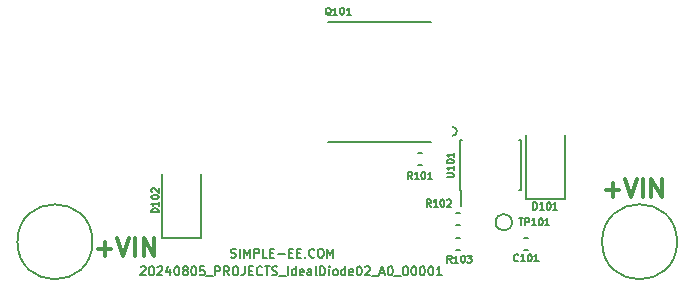
<source format=gto>
%TF.GenerationSoftware,KiCad,Pcbnew,8.0.4*%
%TF.CreationDate,2024-08-05T19:41:17-07:00*%
%TF.ProjectId,20220727_Projects_Ideal_Diode_02,32303232-3037-4323-975f-50726f6a6563,rev?*%
%TF.SameCoordinates,PX9634260PY6ea0500*%
%TF.FileFunction,Legend,Top*%
%TF.FilePolarity,Positive*%
%FSLAX46Y46*%
G04 Gerber Fmt 4.6, Leading zero omitted, Abs format (unit mm)*
G04 Created by KiCad (PCBNEW 8.0.4) date 2024-08-05 19:41:17*
%MOMM*%
%LPD*%
G01*
G04 APERTURE LIST*
%ADD10C,0.150000*%
%ADD11C,0.300000*%
G04 APERTURE END LIST*
D10*
X18392858Y2196550D02*
X18500001Y2160836D01*
X18500001Y2160836D02*
X18678572Y2160836D01*
X18678572Y2160836D02*
X18750001Y2196550D01*
X18750001Y2196550D02*
X18785715Y2232265D01*
X18785715Y2232265D02*
X18821429Y2303693D01*
X18821429Y2303693D02*
X18821429Y2375122D01*
X18821429Y2375122D02*
X18785715Y2446550D01*
X18785715Y2446550D02*
X18750001Y2482265D01*
X18750001Y2482265D02*
X18678572Y2517979D01*
X18678572Y2517979D02*
X18535715Y2553693D01*
X18535715Y2553693D02*
X18464286Y2589408D01*
X18464286Y2589408D02*
X18428572Y2625122D01*
X18428572Y2625122D02*
X18392858Y2696550D01*
X18392858Y2696550D02*
X18392858Y2767979D01*
X18392858Y2767979D02*
X18428572Y2839408D01*
X18428572Y2839408D02*
X18464286Y2875122D01*
X18464286Y2875122D02*
X18535715Y2910836D01*
X18535715Y2910836D02*
X18714286Y2910836D01*
X18714286Y2910836D02*
X18821429Y2875122D01*
X19142858Y2160836D02*
X19142858Y2910836D01*
X19500001Y2160836D02*
X19500001Y2910836D01*
X19500001Y2910836D02*
X19750001Y2375122D01*
X19750001Y2375122D02*
X20000001Y2910836D01*
X20000001Y2910836D02*
X20000001Y2160836D01*
X20357144Y2160836D02*
X20357144Y2910836D01*
X20357144Y2910836D02*
X20642858Y2910836D01*
X20642858Y2910836D02*
X20714287Y2875122D01*
X20714287Y2875122D02*
X20750001Y2839408D01*
X20750001Y2839408D02*
X20785715Y2767979D01*
X20785715Y2767979D02*
X20785715Y2660836D01*
X20785715Y2660836D02*
X20750001Y2589408D01*
X20750001Y2589408D02*
X20714287Y2553693D01*
X20714287Y2553693D02*
X20642858Y2517979D01*
X20642858Y2517979D02*
X20357144Y2517979D01*
X21464287Y2160836D02*
X21107144Y2160836D01*
X21107144Y2160836D02*
X21107144Y2910836D01*
X21714287Y2553693D02*
X21964287Y2553693D01*
X22071430Y2160836D02*
X21714287Y2160836D01*
X21714287Y2160836D02*
X21714287Y2910836D01*
X21714287Y2910836D02*
X22071430Y2910836D01*
X22392858Y2446550D02*
X22964287Y2446550D01*
X23321429Y2553693D02*
X23571429Y2553693D01*
X23678572Y2160836D02*
X23321429Y2160836D01*
X23321429Y2160836D02*
X23321429Y2910836D01*
X23321429Y2910836D02*
X23678572Y2910836D01*
X24000000Y2553693D02*
X24250000Y2553693D01*
X24357143Y2160836D02*
X24000000Y2160836D01*
X24000000Y2160836D02*
X24000000Y2910836D01*
X24000000Y2910836D02*
X24357143Y2910836D01*
X24678571Y2232265D02*
X24714285Y2196550D01*
X24714285Y2196550D02*
X24678571Y2160836D01*
X24678571Y2160836D02*
X24642857Y2196550D01*
X24642857Y2196550D02*
X24678571Y2232265D01*
X24678571Y2232265D02*
X24678571Y2160836D01*
X25464285Y2232265D02*
X25428571Y2196550D01*
X25428571Y2196550D02*
X25321428Y2160836D01*
X25321428Y2160836D02*
X25250000Y2160836D01*
X25250000Y2160836D02*
X25142857Y2196550D01*
X25142857Y2196550D02*
X25071428Y2267979D01*
X25071428Y2267979D02*
X25035714Y2339408D01*
X25035714Y2339408D02*
X25000000Y2482265D01*
X25000000Y2482265D02*
X25000000Y2589408D01*
X25000000Y2589408D02*
X25035714Y2732265D01*
X25035714Y2732265D02*
X25071428Y2803693D01*
X25071428Y2803693D02*
X25142857Y2875122D01*
X25142857Y2875122D02*
X25250000Y2910836D01*
X25250000Y2910836D02*
X25321428Y2910836D01*
X25321428Y2910836D02*
X25428571Y2875122D01*
X25428571Y2875122D02*
X25464285Y2839408D01*
X25928571Y2910836D02*
X26071428Y2910836D01*
X26071428Y2910836D02*
X26142857Y2875122D01*
X26142857Y2875122D02*
X26214285Y2803693D01*
X26214285Y2803693D02*
X26250000Y2660836D01*
X26250000Y2660836D02*
X26250000Y2410836D01*
X26250000Y2410836D02*
X26214285Y2267979D01*
X26214285Y2267979D02*
X26142857Y2196550D01*
X26142857Y2196550D02*
X26071428Y2160836D01*
X26071428Y2160836D02*
X25928571Y2160836D01*
X25928571Y2160836D02*
X25857143Y2196550D01*
X25857143Y2196550D02*
X25785714Y2267979D01*
X25785714Y2267979D02*
X25750000Y2410836D01*
X25750000Y2410836D02*
X25750000Y2660836D01*
X25750000Y2660836D02*
X25785714Y2803693D01*
X25785714Y2803693D02*
X25857143Y2875122D01*
X25857143Y2875122D02*
X25928571Y2910836D01*
X26571428Y2160836D02*
X26571428Y2910836D01*
X26571428Y2910836D02*
X26821428Y2375122D01*
X26821428Y2375122D02*
X27071428Y2910836D01*
X27071428Y2910836D02*
X27071428Y2160836D01*
D11*
X7142856Y2893100D02*
X8285714Y2893100D01*
X7714285Y2321672D02*
X7714285Y3464529D01*
X8785714Y3821672D02*
X9285714Y2321672D01*
X9285714Y2321672D02*
X9785714Y3821672D01*
X10285713Y2321672D02*
X10285713Y3821672D01*
X10999999Y2321672D02*
X10999999Y3821672D01*
X10999999Y3821672D02*
X11857142Y2321672D01*
X11857142Y2321672D02*
X11857142Y3821672D01*
X50142856Y7893100D02*
X51285714Y7893100D01*
X50714285Y7321672D02*
X50714285Y8464529D01*
X51785714Y8821672D02*
X52285714Y7321672D01*
X52285714Y7321672D02*
X52785714Y8821672D01*
X53285713Y7321672D02*
X53285713Y8821672D01*
X53999999Y7321672D02*
X53999999Y8821672D01*
X53999999Y8821672D02*
X54857142Y7321672D01*
X54857142Y7321672D02*
X54857142Y8821672D01*
D10*
X10749998Y1339408D02*
X10785712Y1375122D01*
X10785712Y1375122D02*
X10857141Y1410836D01*
X10857141Y1410836D02*
X11035712Y1410836D01*
X11035712Y1410836D02*
X11107141Y1375122D01*
X11107141Y1375122D02*
X11142855Y1339408D01*
X11142855Y1339408D02*
X11178569Y1267979D01*
X11178569Y1267979D02*
X11178569Y1196550D01*
X11178569Y1196550D02*
X11142855Y1089408D01*
X11142855Y1089408D02*
X10714283Y660836D01*
X10714283Y660836D02*
X11178569Y660836D01*
X11642855Y1410836D02*
X11714284Y1410836D01*
X11714284Y1410836D02*
X11785712Y1375122D01*
X11785712Y1375122D02*
X11821427Y1339408D01*
X11821427Y1339408D02*
X11857141Y1267979D01*
X11857141Y1267979D02*
X11892855Y1125122D01*
X11892855Y1125122D02*
X11892855Y946550D01*
X11892855Y946550D02*
X11857141Y803693D01*
X11857141Y803693D02*
X11821427Y732265D01*
X11821427Y732265D02*
X11785712Y696550D01*
X11785712Y696550D02*
X11714284Y660836D01*
X11714284Y660836D02*
X11642855Y660836D01*
X11642855Y660836D02*
X11571427Y696550D01*
X11571427Y696550D02*
X11535712Y732265D01*
X11535712Y732265D02*
X11499998Y803693D01*
X11499998Y803693D02*
X11464284Y946550D01*
X11464284Y946550D02*
X11464284Y1125122D01*
X11464284Y1125122D02*
X11499998Y1267979D01*
X11499998Y1267979D02*
X11535712Y1339408D01*
X11535712Y1339408D02*
X11571427Y1375122D01*
X11571427Y1375122D02*
X11642855Y1410836D01*
X12178570Y1339408D02*
X12214284Y1375122D01*
X12214284Y1375122D02*
X12285713Y1410836D01*
X12285713Y1410836D02*
X12464284Y1410836D01*
X12464284Y1410836D02*
X12535713Y1375122D01*
X12535713Y1375122D02*
X12571427Y1339408D01*
X12571427Y1339408D02*
X12607141Y1267979D01*
X12607141Y1267979D02*
X12607141Y1196550D01*
X12607141Y1196550D02*
X12571427Y1089408D01*
X12571427Y1089408D02*
X12142855Y660836D01*
X12142855Y660836D02*
X12607141Y660836D01*
X13249999Y1160836D02*
X13249999Y660836D01*
X13071427Y1446550D02*
X12892856Y910836D01*
X12892856Y910836D02*
X13357141Y910836D01*
X13785713Y1410836D02*
X13857142Y1410836D01*
X13857142Y1410836D02*
X13928570Y1375122D01*
X13928570Y1375122D02*
X13964285Y1339408D01*
X13964285Y1339408D02*
X13999999Y1267979D01*
X13999999Y1267979D02*
X14035713Y1125122D01*
X14035713Y1125122D02*
X14035713Y946550D01*
X14035713Y946550D02*
X13999999Y803693D01*
X13999999Y803693D02*
X13964285Y732265D01*
X13964285Y732265D02*
X13928570Y696550D01*
X13928570Y696550D02*
X13857142Y660836D01*
X13857142Y660836D02*
X13785713Y660836D01*
X13785713Y660836D02*
X13714285Y696550D01*
X13714285Y696550D02*
X13678570Y732265D01*
X13678570Y732265D02*
X13642856Y803693D01*
X13642856Y803693D02*
X13607142Y946550D01*
X13607142Y946550D02*
X13607142Y1125122D01*
X13607142Y1125122D02*
X13642856Y1267979D01*
X13642856Y1267979D02*
X13678570Y1339408D01*
X13678570Y1339408D02*
X13714285Y1375122D01*
X13714285Y1375122D02*
X13785713Y1410836D01*
X14464285Y1089408D02*
X14392856Y1125122D01*
X14392856Y1125122D02*
X14357142Y1160836D01*
X14357142Y1160836D02*
X14321428Y1232265D01*
X14321428Y1232265D02*
X14321428Y1267979D01*
X14321428Y1267979D02*
X14357142Y1339408D01*
X14357142Y1339408D02*
X14392856Y1375122D01*
X14392856Y1375122D02*
X14464285Y1410836D01*
X14464285Y1410836D02*
X14607142Y1410836D01*
X14607142Y1410836D02*
X14678571Y1375122D01*
X14678571Y1375122D02*
X14714285Y1339408D01*
X14714285Y1339408D02*
X14749999Y1267979D01*
X14749999Y1267979D02*
X14749999Y1232265D01*
X14749999Y1232265D02*
X14714285Y1160836D01*
X14714285Y1160836D02*
X14678571Y1125122D01*
X14678571Y1125122D02*
X14607142Y1089408D01*
X14607142Y1089408D02*
X14464285Y1089408D01*
X14464285Y1089408D02*
X14392856Y1053693D01*
X14392856Y1053693D02*
X14357142Y1017979D01*
X14357142Y1017979D02*
X14321428Y946550D01*
X14321428Y946550D02*
X14321428Y803693D01*
X14321428Y803693D02*
X14357142Y732265D01*
X14357142Y732265D02*
X14392856Y696550D01*
X14392856Y696550D02*
X14464285Y660836D01*
X14464285Y660836D02*
X14607142Y660836D01*
X14607142Y660836D02*
X14678571Y696550D01*
X14678571Y696550D02*
X14714285Y732265D01*
X14714285Y732265D02*
X14749999Y803693D01*
X14749999Y803693D02*
X14749999Y946550D01*
X14749999Y946550D02*
X14714285Y1017979D01*
X14714285Y1017979D02*
X14678571Y1053693D01*
X14678571Y1053693D02*
X14607142Y1089408D01*
X15214285Y1410836D02*
X15285714Y1410836D01*
X15285714Y1410836D02*
X15357142Y1375122D01*
X15357142Y1375122D02*
X15392857Y1339408D01*
X15392857Y1339408D02*
X15428571Y1267979D01*
X15428571Y1267979D02*
X15464285Y1125122D01*
X15464285Y1125122D02*
X15464285Y946550D01*
X15464285Y946550D02*
X15428571Y803693D01*
X15428571Y803693D02*
X15392857Y732265D01*
X15392857Y732265D02*
X15357142Y696550D01*
X15357142Y696550D02*
X15285714Y660836D01*
X15285714Y660836D02*
X15214285Y660836D01*
X15214285Y660836D02*
X15142857Y696550D01*
X15142857Y696550D02*
X15107142Y732265D01*
X15107142Y732265D02*
X15071428Y803693D01*
X15071428Y803693D02*
X15035714Y946550D01*
X15035714Y946550D02*
X15035714Y1125122D01*
X15035714Y1125122D02*
X15071428Y1267979D01*
X15071428Y1267979D02*
X15107142Y1339408D01*
X15107142Y1339408D02*
X15142857Y1375122D01*
X15142857Y1375122D02*
X15214285Y1410836D01*
X16142857Y1410836D02*
X15785714Y1410836D01*
X15785714Y1410836D02*
X15750000Y1053693D01*
X15750000Y1053693D02*
X15785714Y1089408D01*
X15785714Y1089408D02*
X15857143Y1125122D01*
X15857143Y1125122D02*
X16035714Y1125122D01*
X16035714Y1125122D02*
X16107143Y1089408D01*
X16107143Y1089408D02*
X16142857Y1053693D01*
X16142857Y1053693D02*
X16178571Y982265D01*
X16178571Y982265D02*
X16178571Y803693D01*
X16178571Y803693D02*
X16142857Y732265D01*
X16142857Y732265D02*
X16107143Y696550D01*
X16107143Y696550D02*
X16035714Y660836D01*
X16035714Y660836D02*
X15857143Y660836D01*
X15857143Y660836D02*
X15785714Y696550D01*
X15785714Y696550D02*
X15750000Y732265D01*
X16321429Y589408D02*
X16892857Y589408D01*
X17071429Y660836D02*
X17071429Y1410836D01*
X17071429Y1410836D02*
X17357143Y1410836D01*
X17357143Y1410836D02*
X17428572Y1375122D01*
X17428572Y1375122D02*
X17464286Y1339408D01*
X17464286Y1339408D02*
X17500000Y1267979D01*
X17500000Y1267979D02*
X17500000Y1160836D01*
X17500000Y1160836D02*
X17464286Y1089408D01*
X17464286Y1089408D02*
X17428572Y1053693D01*
X17428572Y1053693D02*
X17357143Y1017979D01*
X17357143Y1017979D02*
X17071429Y1017979D01*
X18250000Y660836D02*
X18000000Y1017979D01*
X17821429Y660836D02*
X17821429Y1410836D01*
X17821429Y1410836D02*
X18107143Y1410836D01*
X18107143Y1410836D02*
X18178572Y1375122D01*
X18178572Y1375122D02*
X18214286Y1339408D01*
X18214286Y1339408D02*
X18250000Y1267979D01*
X18250000Y1267979D02*
X18250000Y1160836D01*
X18250000Y1160836D02*
X18214286Y1089408D01*
X18214286Y1089408D02*
X18178572Y1053693D01*
X18178572Y1053693D02*
X18107143Y1017979D01*
X18107143Y1017979D02*
X17821429Y1017979D01*
X18714286Y1410836D02*
X18857143Y1410836D01*
X18857143Y1410836D02*
X18928572Y1375122D01*
X18928572Y1375122D02*
X19000000Y1303693D01*
X19000000Y1303693D02*
X19035715Y1160836D01*
X19035715Y1160836D02*
X19035715Y910836D01*
X19035715Y910836D02*
X19000000Y767979D01*
X19000000Y767979D02*
X18928572Y696550D01*
X18928572Y696550D02*
X18857143Y660836D01*
X18857143Y660836D02*
X18714286Y660836D01*
X18714286Y660836D02*
X18642858Y696550D01*
X18642858Y696550D02*
X18571429Y767979D01*
X18571429Y767979D02*
X18535715Y910836D01*
X18535715Y910836D02*
X18535715Y1160836D01*
X18535715Y1160836D02*
X18571429Y1303693D01*
X18571429Y1303693D02*
X18642858Y1375122D01*
X18642858Y1375122D02*
X18714286Y1410836D01*
X19571429Y1410836D02*
X19571429Y875122D01*
X19571429Y875122D02*
X19535714Y767979D01*
X19535714Y767979D02*
X19464286Y696550D01*
X19464286Y696550D02*
X19357143Y660836D01*
X19357143Y660836D02*
X19285714Y660836D01*
X19928572Y1053693D02*
X20178572Y1053693D01*
X20285715Y660836D02*
X19928572Y660836D01*
X19928572Y660836D02*
X19928572Y1410836D01*
X19928572Y1410836D02*
X20285715Y1410836D01*
X21035714Y732265D02*
X21000000Y696550D01*
X21000000Y696550D02*
X20892857Y660836D01*
X20892857Y660836D02*
X20821429Y660836D01*
X20821429Y660836D02*
X20714286Y696550D01*
X20714286Y696550D02*
X20642857Y767979D01*
X20642857Y767979D02*
X20607143Y839408D01*
X20607143Y839408D02*
X20571429Y982265D01*
X20571429Y982265D02*
X20571429Y1089408D01*
X20571429Y1089408D02*
X20607143Y1232265D01*
X20607143Y1232265D02*
X20642857Y1303693D01*
X20642857Y1303693D02*
X20714286Y1375122D01*
X20714286Y1375122D02*
X20821429Y1410836D01*
X20821429Y1410836D02*
X20892857Y1410836D01*
X20892857Y1410836D02*
X21000000Y1375122D01*
X21000000Y1375122D02*
X21035714Y1339408D01*
X21250000Y1410836D02*
X21678572Y1410836D01*
X21464286Y660836D02*
X21464286Y1410836D01*
X21892858Y696550D02*
X22000001Y660836D01*
X22000001Y660836D02*
X22178572Y660836D01*
X22178572Y660836D02*
X22250001Y696550D01*
X22250001Y696550D02*
X22285715Y732265D01*
X22285715Y732265D02*
X22321429Y803693D01*
X22321429Y803693D02*
X22321429Y875122D01*
X22321429Y875122D02*
X22285715Y946550D01*
X22285715Y946550D02*
X22250001Y982265D01*
X22250001Y982265D02*
X22178572Y1017979D01*
X22178572Y1017979D02*
X22035715Y1053693D01*
X22035715Y1053693D02*
X21964286Y1089408D01*
X21964286Y1089408D02*
X21928572Y1125122D01*
X21928572Y1125122D02*
X21892858Y1196550D01*
X21892858Y1196550D02*
X21892858Y1267979D01*
X21892858Y1267979D02*
X21928572Y1339408D01*
X21928572Y1339408D02*
X21964286Y1375122D01*
X21964286Y1375122D02*
X22035715Y1410836D01*
X22035715Y1410836D02*
X22214286Y1410836D01*
X22214286Y1410836D02*
X22321429Y1375122D01*
X22464287Y589408D02*
X23035715Y589408D01*
X23214287Y660836D02*
X23214287Y1410836D01*
X23892859Y660836D02*
X23892859Y1410836D01*
X23892859Y696550D02*
X23821430Y660836D01*
X23821430Y660836D02*
X23678573Y660836D01*
X23678573Y660836D02*
X23607144Y696550D01*
X23607144Y696550D02*
X23571430Y732265D01*
X23571430Y732265D02*
X23535716Y803693D01*
X23535716Y803693D02*
X23535716Y1017979D01*
X23535716Y1017979D02*
X23571430Y1089408D01*
X23571430Y1089408D02*
X23607144Y1125122D01*
X23607144Y1125122D02*
X23678573Y1160836D01*
X23678573Y1160836D02*
X23821430Y1160836D01*
X23821430Y1160836D02*
X23892859Y1125122D01*
X24535715Y696550D02*
X24464287Y660836D01*
X24464287Y660836D02*
X24321430Y660836D01*
X24321430Y660836D02*
X24250001Y696550D01*
X24250001Y696550D02*
X24214287Y767979D01*
X24214287Y767979D02*
X24214287Y1053693D01*
X24214287Y1053693D02*
X24250001Y1125122D01*
X24250001Y1125122D02*
X24321430Y1160836D01*
X24321430Y1160836D02*
X24464287Y1160836D01*
X24464287Y1160836D02*
X24535715Y1125122D01*
X24535715Y1125122D02*
X24571430Y1053693D01*
X24571430Y1053693D02*
X24571430Y982265D01*
X24571430Y982265D02*
X24214287Y910836D01*
X25214287Y660836D02*
X25214287Y1053693D01*
X25214287Y1053693D02*
X25178572Y1125122D01*
X25178572Y1125122D02*
X25107144Y1160836D01*
X25107144Y1160836D02*
X24964287Y1160836D01*
X24964287Y1160836D02*
X24892858Y1125122D01*
X25214287Y696550D02*
X25142858Y660836D01*
X25142858Y660836D02*
X24964287Y660836D01*
X24964287Y660836D02*
X24892858Y696550D01*
X24892858Y696550D02*
X24857144Y767979D01*
X24857144Y767979D02*
X24857144Y839408D01*
X24857144Y839408D02*
X24892858Y910836D01*
X24892858Y910836D02*
X24964287Y946550D01*
X24964287Y946550D02*
X25142858Y946550D01*
X25142858Y946550D02*
X25214287Y982265D01*
X25678572Y660836D02*
X25607143Y696550D01*
X25607143Y696550D02*
X25571429Y767979D01*
X25571429Y767979D02*
X25571429Y1410836D01*
X25964286Y660836D02*
X25964286Y1410836D01*
X25964286Y1410836D02*
X26142857Y1410836D01*
X26142857Y1410836D02*
X26250000Y1375122D01*
X26250000Y1375122D02*
X26321429Y1303693D01*
X26321429Y1303693D02*
X26357143Y1232265D01*
X26357143Y1232265D02*
X26392857Y1089408D01*
X26392857Y1089408D02*
X26392857Y982265D01*
X26392857Y982265D02*
X26357143Y839408D01*
X26357143Y839408D02*
X26321429Y767979D01*
X26321429Y767979D02*
X26250000Y696550D01*
X26250000Y696550D02*
X26142857Y660836D01*
X26142857Y660836D02*
X25964286Y660836D01*
X26714286Y660836D02*
X26714286Y1160836D01*
X26714286Y1410836D02*
X26678572Y1375122D01*
X26678572Y1375122D02*
X26714286Y1339408D01*
X26714286Y1339408D02*
X26750000Y1375122D01*
X26750000Y1375122D02*
X26714286Y1410836D01*
X26714286Y1410836D02*
X26714286Y1339408D01*
X27178572Y660836D02*
X27107143Y696550D01*
X27107143Y696550D02*
X27071429Y732265D01*
X27071429Y732265D02*
X27035715Y803693D01*
X27035715Y803693D02*
X27035715Y1017979D01*
X27035715Y1017979D02*
X27071429Y1089408D01*
X27071429Y1089408D02*
X27107143Y1125122D01*
X27107143Y1125122D02*
X27178572Y1160836D01*
X27178572Y1160836D02*
X27285715Y1160836D01*
X27285715Y1160836D02*
X27357143Y1125122D01*
X27357143Y1125122D02*
X27392858Y1089408D01*
X27392858Y1089408D02*
X27428572Y1017979D01*
X27428572Y1017979D02*
X27428572Y803693D01*
X27428572Y803693D02*
X27392858Y732265D01*
X27392858Y732265D02*
X27357143Y696550D01*
X27357143Y696550D02*
X27285715Y660836D01*
X27285715Y660836D02*
X27178572Y660836D01*
X28071429Y660836D02*
X28071429Y1410836D01*
X28071429Y696550D02*
X28000000Y660836D01*
X28000000Y660836D02*
X27857143Y660836D01*
X27857143Y660836D02*
X27785714Y696550D01*
X27785714Y696550D02*
X27750000Y732265D01*
X27750000Y732265D02*
X27714286Y803693D01*
X27714286Y803693D02*
X27714286Y1017979D01*
X27714286Y1017979D02*
X27750000Y1089408D01*
X27750000Y1089408D02*
X27785714Y1125122D01*
X27785714Y1125122D02*
X27857143Y1160836D01*
X27857143Y1160836D02*
X28000000Y1160836D01*
X28000000Y1160836D02*
X28071429Y1125122D01*
X28714285Y696550D02*
X28642857Y660836D01*
X28642857Y660836D02*
X28500000Y660836D01*
X28500000Y660836D02*
X28428571Y696550D01*
X28428571Y696550D02*
X28392857Y767979D01*
X28392857Y767979D02*
X28392857Y1053693D01*
X28392857Y1053693D02*
X28428571Y1125122D01*
X28428571Y1125122D02*
X28500000Y1160836D01*
X28500000Y1160836D02*
X28642857Y1160836D01*
X28642857Y1160836D02*
X28714285Y1125122D01*
X28714285Y1125122D02*
X28750000Y1053693D01*
X28750000Y1053693D02*
X28750000Y982265D01*
X28750000Y982265D02*
X28392857Y910836D01*
X29214285Y1410836D02*
X29285714Y1410836D01*
X29285714Y1410836D02*
X29357142Y1375122D01*
X29357142Y1375122D02*
X29392857Y1339408D01*
X29392857Y1339408D02*
X29428571Y1267979D01*
X29428571Y1267979D02*
X29464285Y1125122D01*
X29464285Y1125122D02*
X29464285Y946550D01*
X29464285Y946550D02*
X29428571Y803693D01*
X29428571Y803693D02*
X29392857Y732265D01*
X29392857Y732265D02*
X29357142Y696550D01*
X29357142Y696550D02*
X29285714Y660836D01*
X29285714Y660836D02*
X29214285Y660836D01*
X29214285Y660836D02*
X29142857Y696550D01*
X29142857Y696550D02*
X29107142Y732265D01*
X29107142Y732265D02*
X29071428Y803693D01*
X29071428Y803693D02*
X29035714Y946550D01*
X29035714Y946550D02*
X29035714Y1125122D01*
X29035714Y1125122D02*
X29071428Y1267979D01*
X29071428Y1267979D02*
X29107142Y1339408D01*
X29107142Y1339408D02*
X29142857Y1375122D01*
X29142857Y1375122D02*
X29214285Y1410836D01*
X29750000Y1339408D02*
X29785714Y1375122D01*
X29785714Y1375122D02*
X29857143Y1410836D01*
X29857143Y1410836D02*
X30035714Y1410836D01*
X30035714Y1410836D02*
X30107143Y1375122D01*
X30107143Y1375122D02*
X30142857Y1339408D01*
X30142857Y1339408D02*
X30178571Y1267979D01*
X30178571Y1267979D02*
X30178571Y1196550D01*
X30178571Y1196550D02*
X30142857Y1089408D01*
X30142857Y1089408D02*
X29714285Y660836D01*
X29714285Y660836D02*
X30178571Y660836D01*
X30321429Y589408D02*
X30892857Y589408D01*
X31035715Y875122D02*
X31392858Y875122D01*
X30964286Y660836D02*
X31214286Y1410836D01*
X31214286Y1410836D02*
X31464286Y660836D01*
X31857143Y1410836D02*
X31928572Y1410836D01*
X31928572Y1410836D02*
X32000000Y1375122D01*
X32000000Y1375122D02*
X32035715Y1339408D01*
X32035715Y1339408D02*
X32071429Y1267979D01*
X32071429Y1267979D02*
X32107143Y1125122D01*
X32107143Y1125122D02*
X32107143Y946550D01*
X32107143Y946550D02*
X32071429Y803693D01*
X32071429Y803693D02*
X32035715Y732265D01*
X32035715Y732265D02*
X32000000Y696550D01*
X32000000Y696550D02*
X31928572Y660836D01*
X31928572Y660836D02*
X31857143Y660836D01*
X31857143Y660836D02*
X31785715Y696550D01*
X31785715Y696550D02*
X31750000Y732265D01*
X31750000Y732265D02*
X31714286Y803693D01*
X31714286Y803693D02*
X31678572Y946550D01*
X31678572Y946550D02*
X31678572Y1125122D01*
X31678572Y1125122D02*
X31714286Y1267979D01*
X31714286Y1267979D02*
X31750000Y1339408D01*
X31750000Y1339408D02*
X31785715Y1375122D01*
X31785715Y1375122D02*
X31857143Y1410836D01*
X32250001Y589408D02*
X32821429Y589408D01*
X33142858Y1410836D02*
X33214287Y1410836D01*
X33214287Y1410836D02*
X33285715Y1375122D01*
X33285715Y1375122D02*
X33321430Y1339408D01*
X33321430Y1339408D02*
X33357144Y1267979D01*
X33357144Y1267979D02*
X33392858Y1125122D01*
X33392858Y1125122D02*
X33392858Y946550D01*
X33392858Y946550D02*
X33357144Y803693D01*
X33357144Y803693D02*
X33321430Y732265D01*
X33321430Y732265D02*
X33285715Y696550D01*
X33285715Y696550D02*
X33214287Y660836D01*
X33214287Y660836D02*
X33142858Y660836D01*
X33142858Y660836D02*
X33071430Y696550D01*
X33071430Y696550D02*
X33035715Y732265D01*
X33035715Y732265D02*
X33000001Y803693D01*
X33000001Y803693D02*
X32964287Y946550D01*
X32964287Y946550D02*
X32964287Y1125122D01*
X32964287Y1125122D02*
X33000001Y1267979D01*
X33000001Y1267979D02*
X33035715Y1339408D01*
X33035715Y1339408D02*
X33071430Y1375122D01*
X33071430Y1375122D02*
X33142858Y1410836D01*
X33857144Y1410836D02*
X33928573Y1410836D01*
X33928573Y1410836D02*
X34000001Y1375122D01*
X34000001Y1375122D02*
X34035716Y1339408D01*
X34035716Y1339408D02*
X34071430Y1267979D01*
X34071430Y1267979D02*
X34107144Y1125122D01*
X34107144Y1125122D02*
X34107144Y946550D01*
X34107144Y946550D02*
X34071430Y803693D01*
X34071430Y803693D02*
X34035716Y732265D01*
X34035716Y732265D02*
X34000001Y696550D01*
X34000001Y696550D02*
X33928573Y660836D01*
X33928573Y660836D02*
X33857144Y660836D01*
X33857144Y660836D02*
X33785716Y696550D01*
X33785716Y696550D02*
X33750001Y732265D01*
X33750001Y732265D02*
X33714287Y803693D01*
X33714287Y803693D02*
X33678573Y946550D01*
X33678573Y946550D02*
X33678573Y1125122D01*
X33678573Y1125122D02*
X33714287Y1267979D01*
X33714287Y1267979D02*
X33750001Y1339408D01*
X33750001Y1339408D02*
X33785716Y1375122D01*
X33785716Y1375122D02*
X33857144Y1410836D01*
X34571430Y1410836D02*
X34642859Y1410836D01*
X34642859Y1410836D02*
X34714287Y1375122D01*
X34714287Y1375122D02*
X34750002Y1339408D01*
X34750002Y1339408D02*
X34785716Y1267979D01*
X34785716Y1267979D02*
X34821430Y1125122D01*
X34821430Y1125122D02*
X34821430Y946550D01*
X34821430Y946550D02*
X34785716Y803693D01*
X34785716Y803693D02*
X34750002Y732265D01*
X34750002Y732265D02*
X34714287Y696550D01*
X34714287Y696550D02*
X34642859Y660836D01*
X34642859Y660836D02*
X34571430Y660836D01*
X34571430Y660836D02*
X34500002Y696550D01*
X34500002Y696550D02*
X34464287Y732265D01*
X34464287Y732265D02*
X34428573Y803693D01*
X34428573Y803693D02*
X34392859Y946550D01*
X34392859Y946550D02*
X34392859Y1125122D01*
X34392859Y1125122D02*
X34428573Y1267979D01*
X34428573Y1267979D02*
X34464287Y1339408D01*
X34464287Y1339408D02*
X34500002Y1375122D01*
X34500002Y1375122D02*
X34571430Y1410836D01*
X35285716Y1410836D02*
X35357145Y1410836D01*
X35357145Y1410836D02*
X35428573Y1375122D01*
X35428573Y1375122D02*
X35464288Y1339408D01*
X35464288Y1339408D02*
X35500002Y1267979D01*
X35500002Y1267979D02*
X35535716Y1125122D01*
X35535716Y1125122D02*
X35535716Y946550D01*
X35535716Y946550D02*
X35500002Y803693D01*
X35500002Y803693D02*
X35464288Y732265D01*
X35464288Y732265D02*
X35428573Y696550D01*
X35428573Y696550D02*
X35357145Y660836D01*
X35357145Y660836D02*
X35285716Y660836D01*
X35285716Y660836D02*
X35214288Y696550D01*
X35214288Y696550D02*
X35178573Y732265D01*
X35178573Y732265D02*
X35142859Y803693D01*
X35142859Y803693D02*
X35107145Y946550D01*
X35107145Y946550D02*
X35107145Y1125122D01*
X35107145Y1125122D02*
X35142859Y1267979D01*
X35142859Y1267979D02*
X35178573Y1339408D01*
X35178573Y1339408D02*
X35214288Y1375122D01*
X35214288Y1375122D02*
X35285716Y1410836D01*
X36250002Y660836D02*
X35821431Y660836D01*
X36035716Y660836D02*
X36035716Y1410836D01*
X36035716Y1410836D02*
X35964288Y1303693D01*
X35964288Y1303693D02*
X35892859Y1232265D01*
X35892859Y1232265D02*
X35821431Y1196550D01*
X37078571Y1730229D02*
X36878571Y2015943D01*
X36735714Y1730229D02*
X36735714Y2330229D01*
X36735714Y2330229D02*
X36964285Y2330229D01*
X36964285Y2330229D02*
X37021428Y2301658D01*
X37021428Y2301658D02*
X37049999Y2273086D01*
X37049999Y2273086D02*
X37078571Y2215943D01*
X37078571Y2215943D02*
X37078571Y2130229D01*
X37078571Y2130229D02*
X37049999Y2073086D01*
X37049999Y2073086D02*
X37021428Y2044515D01*
X37021428Y2044515D02*
X36964285Y2015943D01*
X36964285Y2015943D02*
X36735714Y2015943D01*
X37649999Y1730229D02*
X37307142Y1730229D01*
X37478571Y1730229D02*
X37478571Y2330229D01*
X37478571Y2330229D02*
X37421428Y2244515D01*
X37421428Y2244515D02*
X37364285Y2187372D01*
X37364285Y2187372D02*
X37307142Y2158800D01*
X38021428Y2330229D02*
X38078571Y2330229D01*
X38078571Y2330229D02*
X38135714Y2301658D01*
X38135714Y2301658D02*
X38164286Y2273086D01*
X38164286Y2273086D02*
X38192857Y2215943D01*
X38192857Y2215943D02*
X38221428Y2101658D01*
X38221428Y2101658D02*
X38221428Y1958800D01*
X38221428Y1958800D02*
X38192857Y1844515D01*
X38192857Y1844515D02*
X38164286Y1787372D01*
X38164286Y1787372D02*
X38135714Y1758800D01*
X38135714Y1758800D02*
X38078571Y1730229D01*
X38078571Y1730229D02*
X38021428Y1730229D01*
X38021428Y1730229D02*
X37964286Y1758800D01*
X37964286Y1758800D02*
X37935714Y1787372D01*
X37935714Y1787372D02*
X37907143Y1844515D01*
X37907143Y1844515D02*
X37878571Y1958800D01*
X37878571Y1958800D02*
X37878571Y2101658D01*
X37878571Y2101658D02*
X37907143Y2215943D01*
X37907143Y2215943D02*
X37935714Y2273086D01*
X37935714Y2273086D02*
X37964286Y2301658D01*
X37964286Y2301658D02*
X38021428Y2330229D01*
X38421429Y2330229D02*
X38792857Y2330229D01*
X38792857Y2330229D02*
X38592857Y2101658D01*
X38592857Y2101658D02*
X38678572Y2101658D01*
X38678572Y2101658D02*
X38735715Y2073086D01*
X38735715Y2073086D02*
X38764286Y2044515D01*
X38764286Y2044515D02*
X38792857Y1987372D01*
X38792857Y1987372D02*
X38792857Y1844515D01*
X38792857Y1844515D02*
X38764286Y1787372D01*
X38764286Y1787372D02*
X38735715Y1758800D01*
X38735715Y1758800D02*
X38678572Y1730229D01*
X38678572Y1730229D02*
X38507143Y1730229D01*
X38507143Y1730229D02*
X38450000Y1758800D01*
X38450000Y1758800D02*
X38421429Y1787372D01*
X33728571Y8800229D02*
X33528571Y9085943D01*
X33385714Y8800229D02*
X33385714Y9400229D01*
X33385714Y9400229D02*
X33614285Y9400229D01*
X33614285Y9400229D02*
X33671428Y9371658D01*
X33671428Y9371658D02*
X33699999Y9343086D01*
X33699999Y9343086D02*
X33728571Y9285943D01*
X33728571Y9285943D02*
X33728571Y9200229D01*
X33728571Y9200229D02*
X33699999Y9143086D01*
X33699999Y9143086D02*
X33671428Y9114515D01*
X33671428Y9114515D02*
X33614285Y9085943D01*
X33614285Y9085943D02*
X33385714Y9085943D01*
X34299999Y8800229D02*
X33957142Y8800229D01*
X34128571Y8800229D02*
X34128571Y9400229D01*
X34128571Y9400229D02*
X34071428Y9314515D01*
X34071428Y9314515D02*
X34014285Y9257372D01*
X34014285Y9257372D02*
X33957142Y9228800D01*
X34671428Y9400229D02*
X34728571Y9400229D01*
X34728571Y9400229D02*
X34785714Y9371658D01*
X34785714Y9371658D02*
X34814286Y9343086D01*
X34814286Y9343086D02*
X34842857Y9285943D01*
X34842857Y9285943D02*
X34871428Y9171658D01*
X34871428Y9171658D02*
X34871428Y9028800D01*
X34871428Y9028800D02*
X34842857Y8914515D01*
X34842857Y8914515D02*
X34814286Y8857372D01*
X34814286Y8857372D02*
X34785714Y8828800D01*
X34785714Y8828800D02*
X34728571Y8800229D01*
X34728571Y8800229D02*
X34671428Y8800229D01*
X34671428Y8800229D02*
X34614286Y8828800D01*
X34614286Y8828800D02*
X34585714Y8857372D01*
X34585714Y8857372D02*
X34557143Y8914515D01*
X34557143Y8914515D02*
X34528571Y9028800D01*
X34528571Y9028800D02*
X34528571Y9171658D01*
X34528571Y9171658D02*
X34557143Y9285943D01*
X34557143Y9285943D02*
X34585714Y9343086D01*
X34585714Y9343086D02*
X34614286Y9371658D01*
X34614286Y9371658D02*
X34671428Y9400229D01*
X35442857Y8800229D02*
X35100000Y8800229D01*
X35271429Y8800229D02*
X35271429Y9400229D01*
X35271429Y9400229D02*
X35214286Y9314515D01*
X35214286Y9314515D02*
X35157143Y9257372D01*
X35157143Y9257372D02*
X35100000Y9228800D01*
X42771427Y5480229D02*
X43114285Y5480229D01*
X42942856Y4880229D02*
X42942856Y5480229D01*
X43314285Y4880229D02*
X43314285Y5480229D01*
X43314285Y5480229D02*
X43542856Y5480229D01*
X43542856Y5480229D02*
X43599999Y5451658D01*
X43599999Y5451658D02*
X43628570Y5423086D01*
X43628570Y5423086D02*
X43657142Y5365943D01*
X43657142Y5365943D02*
X43657142Y5280229D01*
X43657142Y5280229D02*
X43628570Y5223086D01*
X43628570Y5223086D02*
X43599999Y5194515D01*
X43599999Y5194515D02*
X43542856Y5165943D01*
X43542856Y5165943D02*
X43314285Y5165943D01*
X44228570Y4880229D02*
X43885713Y4880229D01*
X44057142Y4880229D02*
X44057142Y5480229D01*
X44057142Y5480229D02*
X43999999Y5394515D01*
X43999999Y5394515D02*
X43942856Y5337372D01*
X43942856Y5337372D02*
X43885713Y5308800D01*
X44599999Y5480229D02*
X44657142Y5480229D01*
X44657142Y5480229D02*
X44714285Y5451658D01*
X44714285Y5451658D02*
X44742857Y5423086D01*
X44742857Y5423086D02*
X44771428Y5365943D01*
X44771428Y5365943D02*
X44799999Y5251658D01*
X44799999Y5251658D02*
X44799999Y5108800D01*
X44799999Y5108800D02*
X44771428Y4994515D01*
X44771428Y4994515D02*
X44742857Y4937372D01*
X44742857Y4937372D02*
X44714285Y4908800D01*
X44714285Y4908800D02*
X44657142Y4880229D01*
X44657142Y4880229D02*
X44599999Y4880229D01*
X44599999Y4880229D02*
X44542857Y4908800D01*
X44542857Y4908800D02*
X44514285Y4937372D01*
X44514285Y4937372D02*
X44485714Y4994515D01*
X44485714Y4994515D02*
X44457142Y5108800D01*
X44457142Y5108800D02*
X44457142Y5251658D01*
X44457142Y5251658D02*
X44485714Y5365943D01*
X44485714Y5365943D02*
X44514285Y5423086D01*
X44514285Y5423086D02*
X44542857Y5451658D01*
X44542857Y5451658D02*
X44599999Y5480229D01*
X45371428Y4880229D02*
X45028571Y4880229D01*
X45200000Y4880229D02*
X45200000Y5480229D01*
X45200000Y5480229D02*
X45142857Y5394515D01*
X45142857Y5394515D02*
X45085714Y5337372D01*
X45085714Y5337372D02*
X45028571Y5308800D01*
X35328571Y6480229D02*
X35128571Y6765943D01*
X34985714Y6480229D02*
X34985714Y7080229D01*
X34985714Y7080229D02*
X35214285Y7080229D01*
X35214285Y7080229D02*
X35271428Y7051658D01*
X35271428Y7051658D02*
X35299999Y7023086D01*
X35299999Y7023086D02*
X35328571Y6965943D01*
X35328571Y6965943D02*
X35328571Y6880229D01*
X35328571Y6880229D02*
X35299999Y6823086D01*
X35299999Y6823086D02*
X35271428Y6794515D01*
X35271428Y6794515D02*
X35214285Y6765943D01*
X35214285Y6765943D02*
X34985714Y6765943D01*
X35899999Y6480229D02*
X35557142Y6480229D01*
X35728571Y6480229D02*
X35728571Y7080229D01*
X35728571Y7080229D02*
X35671428Y6994515D01*
X35671428Y6994515D02*
X35614285Y6937372D01*
X35614285Y6937372D02*
X35557142Y6908800D01*
X36271428Y7080229D02*
X36328571Y7080229D01*
X36328571Y7080229D02*
X36385714Y7051658D01*
X36385714Y7051658D02*
X36414286Y7023086D01*
X36414286Y7023086D02*
X36442857Y6965943D01*
X36442857Y6965943D02*
X36471428Y6851658D01*
X36471428Y6851658D02*
X36471428Y6708800D01*
X36471428Y6708800D02*
X36442857Y6594515D01*
X36442857Y6594515D02*
X36414286Y6537372D01*
X36414286Y6537372D02*
X36385714Y6508800D01*
X36385714Y6508800D02*
X36328571Y6480229D01*
X36328571Y6480229D02*
X36271428Y6480229D01*
X36271428Y6480229D02*
X36214286Y6508800D01*
X36214286Y6508800D02*
X36185714Y6537372D01*
X36185714Y6537372D02*
X36157143Y6594515D01*
X36157143Y6594515D02*
X36128571Y6708800D01*
X36128571Y6708800D02*
X36128571Y6851658D01*
X36128571Y6851658D02*
X36157143Y6965943D01*
X36157143Y6965943D02*
X36185714Y7023086D01*
X36185714Y7023086D02*
X36214286Y7051658D01*
X36214286Y7051658D02*
X36271428Y7080229D01*
X36700000Y7023086D02*
X36728572Y7051658D01*
X36728572Y7051658D02*
X36785715Y7080229D01*
X36785715Y7080229D02*
X36928572Y7080229D01*
X36928572Y7080229D02*
X36985715Y7051658D01*
X36985715Y7051658D02*
X37014286Y7023086D01*
X37014286Y7023086D02*
X37042857Y6965943D01*
X37042857Y6965943D02*
X37042857Y6908800D01*
X37042857Y6908800D02*
X37014286Y6823086D01*
X37014286Y6823086D02*
X36671429Y6480229D01*
X36671429Y6480229D02*
X37042857Y6480229D01*
X42728571Y1887372D02*
X42699999Y1858800D01*
X42699999Y1858800D02*
X42614285Y1830229D01*
X42614285Y1830229D02*
X42557142Y1830229D01*
X42557142Y1830229D02*
X42471428Y1858800D01*
X42471428Y1858800D02*
X42414285Y1915943D01*
X42414285Y1915943D02*
X42385714Y1973086D01*
X42385714Y1973086D02*
X42357142Y2087372D01*
X42357142Y2087372D02*
X42357142Y2173086D01*
X42357142Y2173086D02*
X42385714Y2287372D01*
X42385714Y2287372D02*
X42414285Y2344515D01*
X42414285Y2344515D02*
X42471428Y2401658D01*
X42471428Y2401658D02*
X42557142Y2430229D01*
X42557142Y2430229D02*
X42614285Y2430229D01*
X42614285Y2430229D02*
X42699999Y2401658D01*
X42699999Y2401658D02*
X42728571Y2373086D01*
X43299999Y1830229D02*
X42957142Y1830229D01*
X43128571Y1830229D02*
X43128571Y2430229D01*
X43128571Y2430229D02*
X43071428Y2344515D01*
X43071428Y2344515D02*
X43014285Y2287372D01*
X43014285Y2287372D02*
X42957142Y2258800D01*
X43671428Y2430229D02*
X43728571Y2430229D01*
X43728571Y2430229D02*
X43785714Y2401658D01*
X43785714Y2401658D02*
X43814286Y2373086D01*
X43814286Y2373086D02*
X43842857Y2315943D01*
X43842857Y2315943D02*
X43871428Y2201658D01*
X43871428Y2201658D02*
X43871428Y2058800D01*
X43871428Y2058800D02*
X43842857Y1944515D01*
X43842857Y1944515D02*
X43814286Y1887372D01*
X43814286Y1887372D02*
X43785714Y1858800D01*
X43785714Y1858800D02*
X43728571Y1830229D01*
X43728571Y1830229D02*
X43671428Y1830229D01*
X43671428Y1830229D02*
X43614286Y1858800D01*
X43614286Y1858800D02*
X43585714Y1887372D01*
X43585714Y1887372D02*
X43557143Y1944515D01*
X43557143Y1944515D02*
X43528571Y2058800D01*
X43528571Y2058800D02*
X43528571Y2201658D01*
X43528571Y2201658D02*
X43557143Y2315943D01*
X43557143Y2315943D02*
X43585714Y2373086D01*
X43585714Y2373086D02*
X43614286Y2401658D01*
X43614286Y2401658D02*
X43671428Y2430229D01*
X44442857Y1830229D02*
X44100000Y1830229D01*
X44271429Y1830229D02*
X44271429Y2430229D01*
X44271429Y2430229D02*
X44214286Y2344515D01*
X44214286Y2344515D02*
X44157143Y2287372D01*
X44157143Y2287372D02*
X44100000Y2258800D01*
X26871428Y22673086D02*
X26814285Y22701658D01*
X26814285Y22701658D02*
X26757142Y22758800D01*
X26757142Y22758800D02*
X26671428Y22844515D01*
X26671428Y22844515D02*
X26614285Y22873086D01*
X26614285Y22873086D02*
X26557142Y22873086D01*
X26585713Y22730229D02*
X26528571Y22758800D01*
X26528571Y22758800D02*
X26471428Y22815943D01*
X26471428Y22815943D02*
X26442856Y22930229D01*
X26442856Y22930229D02*
X26442856Y23130229D01*
X26442856Y23130229D02*
X26471428Y23244515D01*
X26471428Y23244515D02*
X26528571Y23301658D01*
X26528571Y23301658D02*
X26585713Y23330229D01*
X26585713Y23330229D02*
X26699999Y23330229D01*
X26699999Y23330229D02*
X26757142Y23301658D01*
X26757142Y23301658D02*
X26814285Y23244515D01*
X26814285Y23244515D02*
X26842856Y23130229D01*
X26842856Y23130229D02*
X26842856Y22930229D01*
X26842856Y22930229D02*
X26814285Y22815943D01*
X26814285Y22815943D02*
X26757142Y22758800D01*
X26757142Y22758800D02*
X26699999Y22730229D01*
X26699999Y22730229D02*
X26585713Y22730229D01*
X27414284Y22730229D02*
X27071427Y22730229D01*
X27242856Y22730229D02*
X27242856Y23330229D01*
X27242856Y23330229D02*
X27185713Y23244515D01*
X27185713Y23244515D02*
X27128570Y23187372D01*
X27128570Y23187372D02*
X27071427Y23158800D01*
X27785713Y23330229D02*
X27842856Y23330229D01*
X27842856Y23330229D02*
X27899999Y23301658D01*
X27899999Y23301658D02*
X27928571Y23273086D01*
X27928571Y23273086D02*
X27957142Y23215943D01*
X27957142Y23215943D02*
X27985713Y23101658D01*
X27985713Y23101658D02*
X27985713Y22958800D01*
X27985713Y22958800D02*
X27957142Y22844515D01*
X27957142Y22844515D02*
X27928571Y22787372D01*
X27928571Y22787372D02*
X27899999Y22758800D01*
X27899999Y22758800D02*
X27842856Y22730229D01*
X27842856Y22730229D02*
X27785713Y22730229D01*
X27785713Y22730229D02*
X27728571Y22758800D01*
X27728571Y22758800D02*
X27699999Y22787372D01*
X27699999Y22787372D02*
X27671428Y22844515D01*
X27671428Y22844515D02*
X27642856Y22958800D01*
X27642856Y22958800D02*
X27642856Y23101658D01*
X27642856Y23101658D02*
X27671428Y23215943D01*
X27671428Y23215943D02*
X27699999Y23273086D01*
X27699999Y23273086D02*
X27728571Y23301658D01*
X27728571Y23301658D02*
X27785713Y23330229D01*
X28557142Y22730229D02*
X28214285Y22730229D01*
X28385714Y22730229D02*
X28385714Y23330229D01*
X28385714Y23330229D02*
X28328571Y23244515D01*
X28328571Y23244515D02*
X28271428Y23187372D01*
X28271428Y23187372D02*
X28214285Y23158800D01*
X36669771Y8971429D02*
X37155485Y8971429D01*
X37155485Y8971429D02*
X37212628Y9000000D01*
X37212628Y9000000D02*
X37241200Y9028571D01*
X37241200Y9028571D02*
X37269771Y9085714D01*
X37269771Y9085714D02*
X37269771Y9200000D01*
X37269771Y9200000D02*
X37241200Y9257143D01*
X37241200Y9257143D02*
X37212628Y9285714D01*
X37212628Y9285714D02*
X37155485Y9314286D01*
X37155485Y9314286D02*
X36669771Y9314286D01*
X37269771Y9914285D02*
X37269771Y9571428D01*
X37269771Y9742857D02*
X36669771Y9742857D01*
X36669771Y9742857D02*
X36755485Y9685714D01*
X36755485Y9685714D02*
X36812628Y9628571D01*
X36812628Y9628571D02*
X36841200Y9571428D01*
X36669771Y10285714D02*
X36669771Y10342857D01*
X36669771Y10342857D02*
X36698342Y10400000D01*
X36698342Y10400000D02*
X36726914Y10428571D01*
X36726914Y10428571D02*
X36784057Y10457143D01*
X36784057Y10457143D02*
X36898342Y10485714D01*
X36898342Y10485714D02*
X37041200Y10485714D01*
X37041200Y10485714D02*
X37155485Y10457143D01*
X37155485Y10457143D02*
X37212628Y10428571D01*
X37212628Y10428571D02*
X37241200Y10400000D01*
X37241200Y10400000D02*
X37269771Y10342857D01*
X37269771Y10342857D02*
X37269771Y10285714D01*
X37269771Y10285714D02*
X37241200Y10228571D01*
X37241200Y10228571D02*
X37212628Y10200000D01*
X37212628Y10200000D02*
X37155485Y10171429D01*
X37155485Y10171429D02*
X37041200Y10142857D01*
X37041200Y10142857D02*
X36898342Y10142857D01*
X36898342Y10142857D02*
X36784057Y10171429D01*
X36784057Y10171429D02*
X36726914Y10200000D01*
X36726914Y10200000D02*
X36698342Y10228571D01*
X36698342Y10228571D02*
X36669771Y10285714D01*
X37269771Y11057143D02*
X37269771Y10714286D01*
X37269771Y10885715D02*
X36669771Y10885715D01*
X36669771Y10885715D02*
X36755485Y10828572D01*
X36755485Y10828572D02*
X36812628Y10771429D01*
X36812628Y10771429D02*
X36841200Y10714286D01*
X12269771Y5985715D02*
X11669771Y5985715D01*
X11669771Y5985715D02*
X11669771Y6128572D01*
X11669771Y6128572D02*
X11698342Y6214286D01*
X11698342Y6214286D02*
X11755485Y6271429D01*
X11755485Y6271429D02*
X11812628Y6300000D01*
X11812628Y6300000D02*
X11926914Y6328572D01*
X11926914Y6328572D02*
X12012628Y6328572D01*
X12012628Y6328572D02*
X12126914Y6300000D01*
X12126914Y6300000D02*
X12184057Y6271429D01*
X12184057Y6271429D02*
X12241200Y6214286D01*
X12241200Y6214286D02*
X12269771Y6128572D01*
X12269771Y6128572D02*
X12269771Y5985715D01*
X12269771Y6900000D02*
X12269771Y6557143D01*
X12269771Y6728572D02*
X11669771Y6728572D01*
X11669771Y6728572D02*
X11755485Y6671429D01*
X11755485Y6671429D02*
X11812628Y6614286D01*
X11812628Y6614286D02*
X11841200Y6557143D01*
X11669771Y7271429D02*
X11669771Y7328572D01*
X11669771Y7328572D02*
X11698342Y7385715D01*
X11698342Y7385715D02*
X11726914Y7414286D01*
X11726914Y7414286D02*
X11784057Y7442858D01*
X11784057Y7442858D02*
X11898342Y7471429D01*
X11898342Y7471429D02*
X12041200Y7471429D01*
X12041200Y7471429D02*
X12155485Y7442858D01*
X12155485Y7442858D02*
X12212628Y7414286D01*
X12212628Y7414286D02*
X12241200Y7385715D01*
X12241200Y7385715D02*
X12269771Y7328572D01*
X12269771Y7328572D02*
X12269771Y7271429D01*
X12269771Y7271429D02*
X12241200Y7214286D01*
X12241200Y7214286D02*
X12212628Y7185715D01*
X12212628Y7185715D02*
X12155485Y7157144D01*
X12155485Y7157144D02*
X12041200Y7128572D01*
X12041200Y7128572D02*
X11898342Y7128572D01*
X11898342Y7128572D02*
X11784057Y7157144D01*
X11784057Y7157144D02*
X11726914Y7185715D01*
X11726914Y7185715D02*
X11698342Y7214286D01*
X11698342Y7214286D02*
X11669771Y7271429D01*
X11726914Y7700001D02*
X11698342Y7728573D01*
X11698342Y7728573D02*
X11669771Y7785715D01*
X11669771Y7785715D02*
X11669771Y7928573D01*
X11669771Y7928573D02*
X11698342Y7985715D01*
X11698342Y7985715D02*
X11726914Y8014287D01*
X11726914Y8014287D02*
X11784057Y8042858D01*
X11784057Y8042858D02*
X11841200Y8042858D01*
X11841200Y8042858D02*
X11926914Y8014287D01*
X11926914Y8014287D02*
X12269771Y7671430D01*
X12269771Y7671430D02*
X12269771Y8042858D01*
X43985714Y6230229D02*
X43985714Y6830229D01*
X43985714Y6830229D02*
X44128571Y6830229D01*
X44128571Y6830229D02*
X44214285Y6801658D01*
X44214285Y6801658D02*
X44271428Y6744515D01*
X44271428Y6744515D02*
X44299999Y6687372D01*
X44299999Y6687372D02*
X44328571Y6573086D01*
X44328571Y6573086D02*
X44328571Y6487372D01*
X44328571Y6487372D02*
X44299999Y6373086D01*
X44299999Y6373086D02*
X44271428Y6315943D01*
X44271428Y6315943D02*
X44214285Y6258800D01*
X44214285Y6258800D02*
X44128571Y6230229D01*
X44128571Y6230229D02*
X43985714Y6230229D01*
X44899999Y6230229D02*
X44557142Y6230229D01*
X44728571Y6230229D02*
X44728571Y6830229D01*
X44728571Y6830229D02*
X44671428Y6744515D01*
X44671428Y6744515D02*
X44614285Y6687372D01*
X44614285Y6687372D02*
X44557142Y6658800D01*
X45271428Y6830229D02*
X45328571Y6830229D01*
X45328571Y6830229D02*
X45385714Y6801658D01*
X45385714Y6801658D02*
X45414286Y6773086D01*
X45414286Y6773086D02*
X45442857Y6715943D01*
X45442857Y6715943D02*
X45471428Y6601658D01*
X45471428Y6601658D02*
X45471428Y6458800D01*
X45471428Y6458800D02*
X45442857Y6344515D01*
X45442857Y6344515D02*
X45414286Y6287372D01*
X45414286Y6287372D02*
X45385714Y6258800D01*
X45385714Y6258800D02*
X45328571Y6230229D01*
X45328571Y6230229D02*
X45271428Y6230229D01*
X45271428Y6230229D02*
X45214286Y6258800D01*
X45214286Y6258800D02*
X45185714Y6287372D01*
X45185714Y6287372D02*
X45157143Y6344515D01*
X45157143Y6344515D02*
X45128571Y6458800D01*
X45128571Y6458800D02*
X45128571Y6601658D01*
X45128571Y6601658D02*
X45157143Y6715943D01*
X45157143Y6715943D02*
X45185714Y6773086D01*
X45185714Y6773086D02*
X45214286Y6801658D01*
X45214286Y6801658D02*
X45271428Y6830229D01*
X46042857Y6230229D02*
X45700000Y6230229D01*
X45871429Y6230229D02*
X45871429Y6830229D01*
X45871429Y6830229D02*
X45814286Y6744515D01*
X45814286Y6744515D02*
X45757143Y6687372D01*
X45757143Y6687372D02*
X45700000Y6658800D01*
%TO.C,P103*%
X56175000Y3500000D02*
G75*
G02*
X49825000Y3500000I-3175000J0D01*
G01*
X49825000Y3500000D02*
G75*
G02*
X56175000Y3500000I3175000J0D01*
G01*
%TO.C,R103*%
X37478733Y3860000D02*
X37821267Y3860000D01*
X37478733Y2840000D02*
X37821267Y2840000D01*
%TO.C,R101*%
X34571267Y11010000D02*
X34228733Y11010000D01*
X34571267Y9990000D02*
X34228733Y9990000D01*
%TO.C,TP101*%
X42200000Y5150000D02*
G75*
G02*
X40800000Y5150000I-700000J0D01*
G01*
X40800000Y5150000D02*
G75*
G02*
X42200000Y5150000I700000J0D01*
G01*
%TO.C,R102*%
X37453733Y5960000D02*
X37796267Y5960000D01*
X37453733Y4940000D02*
X37796267Y4940000D01*
%TO.C,C101*%
X43228733Y3860000D02*
X43571267Y3860000D01*
X43228733Y2840000D02*
X43571267Y2840000D01*
%TO.C,P101*%
X6675000Y3500000D02*
G75*
G02*
X325000Y3500000I-3175000J0D01*
G01*
X325000Y3500000D02*
G75*
G02*
X6675000Y3500000I3175000J0D01*
G01*
%TO.C,Q101*%
X26584040Y11970000D02*
X35372100Y11970000D01*
X35372100Y22130000D02*
X26584040Y22130000D01*
X37147539Y13230992D02*
G75*
G02*
X37147540Y12469010I2561J-380991D01*
G01*
%TO.C,U101*%
X37825000Y12075000D02*
X37970000Y12075000D01*
X37825000Y7925000D02*
X37825000Y12075000D01*
X37825000Y7925000D02*
X37875000Y7925000D01*
X37875000Y7925000D02*
X37875000Y6525000D01*
X42975000Y12075000D02*
X42830000Y12075000D01*
X42975000Y7925000D02*
X42830000Y7925000D01*
X42975000Y7925000D02*
X42975000Y12075000D01*
%TO.C,D102*%
X12600000Y3850000D02*
X12600000Y9250000D01*
X12600000Y3850000D02*
X15900000Y3850000D01*
X15900000Y3850000D02*
X15900000Y9250000D01*
%TO.C,D101*%
X43350000Y7100000D02*
X43350000Y12500000D01*
X43350000Y7100000D02*
X46650000Y7100000D01*
X46650000Y7100000D02*
X46650000Y12500000D01*
%TD*%
M02*

</source>
